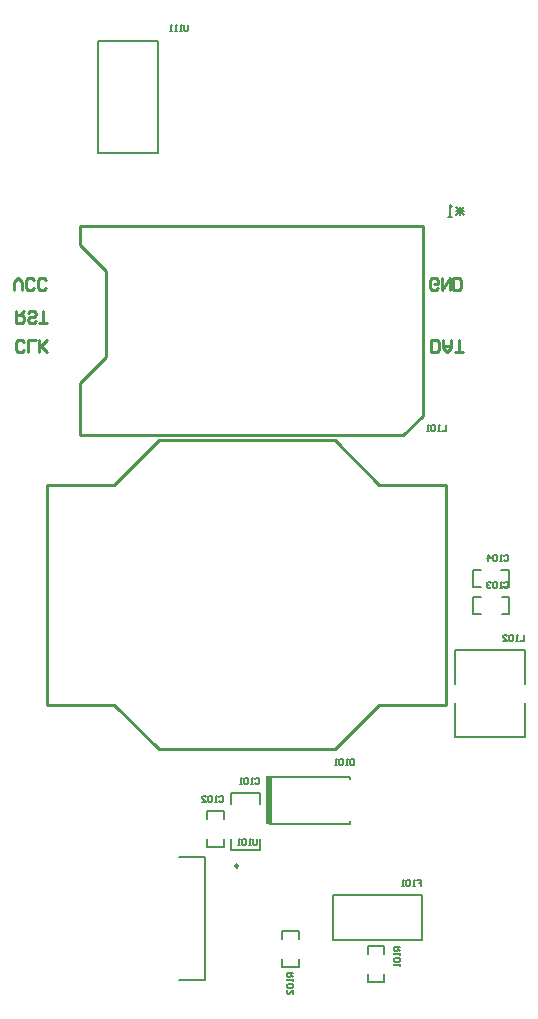
<source format=gbo>
%FSLAX25Y25*%
%MOIN*%
G70*
G01*
G75*
G04 Layer_Color=9218505*
%ADD10R,0.03937X0.03740*%
%ADD11O,0.06299X0.02362*%
%ADD12O,0.02362X0.06299*%
%ADD13R,0.03150X0.02362*%
%ADD14R,0.08661X0.03937*%
%ADD15R,0.04724X0.03937*%
%ADD16O,0.02362X0.00984*%
%ADD17R,0.04724X0.07874*%
%ADD18R,0.03150X0.03150*%
%ADD19R,0.06300X0.05000*%
%ADD20R,0.05906X0.07480*%
%ADD21O,0.00945X0.02362*%
%ADD22R,0.08465X0.06693*%
%ADD23R,0.03740X0.03937*%
%ADD24R,0.02362X0.05906*%
%ADD25C,0.04500*%
%ADD26C,0.03500*%
%ADD27C,0.02000*%
%ADD28C,0.01000*%
%ADD29C,0.06300*%
%ADD30C,0.04000*%
%ADD31C,0.06500*%
%ADD32C,0.06000*%
%ADD33C,0.02200*%
%ADD34R,0.01732X0.00787*%
%ADD35C,0.06000*%
%ADD36O,0.16929X0.06693*%
%ADD37O,0.05906X0.14961*%
%ADD38O,0.14961X0.05906*%
%ADD39C,0.05906*%
%ADD40R,0.05906X0.05906*%
%ADD41C,0.08700*%
%ADD42C,0.06496*%
%ADD43R,0.06496X0.06496*%
%ADD44R,0.05906X0.05906*%
%ADD45C,0.05000*%
%ADD46C,0.02000*%
%ADD47C,0.01969*%
%ADD48R,0.11024X0.03937*%
%ADD49R,0.07284X0.05118*%
%ADD50R,0.07717X0.12402*%
%ADD51R,0.08500X0.10799*%
%ADD52R,0.20866X0.06299*%
%ADD53R,0.12598X0.04134*%
%ADD54R,0.32677X0.41142*%
%ADD55R,0.20079X0.70079*%
%ADD56C,0.01500*%
%ADD57C,0.00799*%
%ADD58C,0.00984*%
%ADD59C,0.00700*%
%ADD60C,0.00701*%
%ADD61C,0.00787*%
%ADD62C,0.00669*%
%ADD63C,0.00800*%
%ADD64C,0.00600*%
%ADD65R,0.00886X0.03937*%
%ADD66R,0.04000X0.02000*%
%ADD67R,0.02000X0.04000*%
%ADD68R,0.10350X0.01000*%
%ADD69R,0.01000X0.11000*%
%ADD70R,0.04433X0.07043*%
%ADD71R,0.02362X0.02756*%
%ADD72R,0.03839X0.06102*%
%ADD73R,0.00000X0.03150*%
%ADD74R,0.00000X0.00000*%
%ADD75R,0.04337X0.04140*%
%ADD76O,0.06699X0.02762*%
%ADD77O,0.02762X0.06699*%
%ADD78R,0.03550X0.02762*%
%ADD79R,0.09061X0.04337*%
%ADD80R,0.05124X0.04337*%
%ADD81O,0.02762X0.01384*%
%ADD82R,0.05124X0.08274*%
%ADD83R,0.03550X0.03550*%
%ADD84R,0.06700X0.05400*%
%ADD85R,0.06306X0.07880*%
%ADD86O,0.01345X0.02762*%
%ADD87R,0.08865X0.07093*%
%ADD88R,0.04140X0.04337*%
%ADD89R,0.02762X0.06306*%
%ADD90R,0.02132X0.01187*%
%ADD91O,0.17329X0.07093*%
%ADD92O,0.06306X0.15361*%
%ADD93O,0.15361X0.06306*%
%ADD94C,0.06306*%
%ADD95R,0.06306X0.06306*%
%ADD96C,0.09100*%
%ADD97R,0.06306X0.06306*%
%ADD98C,0.05400*%
%ADD99C,0.02369*%
%ADD100C,0.02362*%
%ADD101R,0.11424X0.04337*%
%ADD102R,0.07684X0.05518*%
%ADD103R,0.08117X0.12802*%
%ADD104R,0.08900X0.11199*%
%ADD105R,0.21266X0.06699*%
%ADD106R,0.12998X0.04534*%
%ADD107R,0.33077X0.41542*%
%ADD108R,0.20479X0.70479*%
%ADD109C,0.00500*%
%ADD110R,0.02000X0.16400*%
D28*
X37413Y-82157D02*
X151587D01*
X46000Y-125835D02*
Y-108165D01*
X151587Y-145413D02*
Y-82157D01*
X145158Y-151842D02*
X151587Y-145413D01*
X37413Y-151842D02*
X145158D01*
X37413Y-134421D02*
X46000Y-125835D01*
X37413Y-151842D02*
Y-134421D01*
Y-88413D02*
Y-82157D01*
Y-88413D02*
X46000Y-97000D01*
Y-101725D02*
Y-97000D01*
Y-108165D02*
Y-101725D01*
Y-108165D02*
Y-101725D01*
X93000Y-153524D02*
X122331D01*
X137193Y-168386D01*
X159535D01*
Y-205000D02*
Y-168386D01*
X26465Y-205000D02*
Y-168386D01*
X48807D01*
X63669Y-153524D01*
X93000D01*
X63669Y-256476D02*
X93000D01*
X48807Y-241614D02*
X63669Y-256476D01*
X26465Y-241614D02*
X48807D01*
X26465D02*
Y-205000D01*
X159535Y-241614D02*
Y-205000D01*
X137193Y-241614D02*
X159535D01*
X122331Y-256476D02*
X137193Y-241614D01*
X93000Y-256476D02*
X122331D01*
X156624Y-102780D02*
X155968Y-103436D01*
X154656D01*
X154000Y-102780D01*
Y-100156D01*
X154656Y-99500D01*
X155968D01*
X156624Y-100156D01*
Y-101468D01*
X155312D01*
X157936Y-99500D02*
Y-103436D01*
X160560Y-99500D01*
Y-103436D01*
X161872D02*
Y-99500D01*
X163839D01*
X164495Y-100156D01*
Y-102780D01*
X163839Y-103436D01*
X161872D01*
X154500Y-123936D02*
Y-120000D01*
X156468D01*
X157124Y-120656D01*
Y-123280D01*
X156468Y-123936D01*
X154500D01*
X158436Y-120000D02*
Y-122624D01*
X159748Y-123936D01*
X161060Y-122624D01*
Y-120000D01*
Y-121968D01*
X158436D01*
X162372Y-123936D02*
X164995D01*
X163683D01*
Y-120000D01*
X15500Y-103436D02*
Y-100812D01*
X16812Y-99500D01*
X18124Y-100812D01*
Y-103436D01*
X22060Y-102780D02*
X21404Y-103436D01*
X20092D01*
X19436Y-102780D01*
Y-100156D01*
X20092Y-99500D01*
X21404D01*
X22060Y-100156D01*
X25995Y-102780D02*
X25339Y-103436D01*
X24027D01*
X23371Y-102780D01*
Y-100156D01*
X24027Y-99500D01*
X25339D01*
X25995Y-100156D01*
X16000Y-110500D02*
Y-114436D01*
X17968D01*
X18624Y-113780D01*
Y-112468D01*
X17968Y-111812D01*
X16000D01*
X17312D02*
X18624Y-110500D01*
X22560Y-113780D02*
X21904Y-114436D01*
X20592D01*
X19936Y-113780D01*
Y-113124D01*
X20592Y-112468D01*
X21904D01*
X22560Y-111812D01*
Y-111156D01*
X21904Y-110500D01*
X20592D01*
X19936Y-111156D01*
X23871Y-114436D02*
X26495D01*
X25183D01*
Y-110500D01*
X18624Y-123280D02*
X17968Y-123936D01*
X16656D01*
X16000Y-123280D01*
Y-120656D01*
X16656Y-120000D01*
X17968D01*
X18624Y-120656D01*
X19936Y-123936D02*
Y-120000D01*
X22560D01*
X23871Y-123936D02*
Y-120000D01*
Y-121312D01*
X26495Y-123936D01*
X24527Y-121968D01*
X26495Y-120000D01*
D58*
X90114Y-295382D02*
G03*
X90114Y-295382I-492J0D01*
G01*
D59*
X177805Y-202227D02*
X180404D01*
Y-196780D01*
X177805D02*
X180404D01*
X168407D02*
X171005D01*
X168407Y-202227D02*
Y-196780D01*
Y-202227D02*
X171005D01*
X177900Y-211227D02*
X180498D01*
Y-205780D01*
X177900D02*
X180498D01*
X168502D02*
X171100D01*
X168502Y-211227D02*
Y-205780D01*
Y-211227D02*
X171100D01*
X85227Y-279600D02*
Y-277002D01*
X79780D02*
X85227D01*
X79780Y-279600D02*
Y-277002D01*
Y-288998D02*
Y-286400D01*
Y-288998D02*
X85227D01*
Y-286400D01*
X87736Y-274594D02*
Y-271051D01*
X97264D01*
Y-274594D02*
Y-271051D01*
Y-289949D02*
Y-286405D01*
X87736Y-289949D02*
X97264D01*
X87736D02*
Y-286405D01*
X110227Y-319600D02*
Y-317002D01*
X104780D02*
X110227D01*
X104780Y-319600D02*
Y-317002D01*
Y-328998D02*
Y-326400D01*
Y-328998D02*
X110227D01*
Y-326400D01*
X138727Y-324600D02*
Y-322002D01*
X133280D02*
X138727D01*
X133280Y-324600D02*
Y-322002D01*
Y-333998D02*
Y-331400D01*
Y-333998D02*
X138727D01*
Y-331400D01*
X121736Y-305118D02*
X151264D01*
Y-319980D02*
Y-305118D01*
X121736Y-319980D02*
Y-305118D01*
Y-319980D02*
X151264D01*
X127500Y-281350D02*
Y-280450D01*
X100800Y-281350D02*
X127500D01*
X100800Y-265650D02*
X127500D01*
Y-266550D02*
Y-265650D01*
X162429Y-234807D02*
Y-223460D01*
X185571Y-234807D02*
Y-223460D01*
X162429D02*
X185571D01*
X162429Y-252540D02*
X185571D01*
X162429D02*
Y-241193D01*
X185571Y-252540D02*
Y-241193D01*
X165300Y-75668D02*
X162634Y-78334D01*
X165300D02*
X162634Y-75668D01*
X165300Y-77001D02*
X162634D01*
X163967Y-78334D02*
Y-75668D01*
X161301Y-79000D02*
X159968D01*
X160635D01*
Y-75001D01*
X161301Y-75668D01*
D61*
X70331Y-292528D02*
X79189D01*
Y-333472D02*
Y-292528D01*
X70331Y-333472D02*
X79189D01*
D64*
X73500Y-15001D02*
Y-16667D01*
X73167Y-17000D01*
X72500D01*
X72167Y-16667D01*
Y-15001D01*
X71501Y-17000D02*
X70834D01*
X71167D01*
Y-15001D01*
X71501Y-15334D01*
X69835Y-17000D02*
X69168D01*
X69501D01*
Y-15001D01*
X69835Y-15334D01*
X68168Y-17000D02*
X67502D01*
X67835D01*
Y-15001D01*
X68168Y-15334D01*
X96500Y-286501D02*
Y-288167D01*
X96167Y-288500D01*
X95500D01*
X95167Y-288167D01*
Y-286501D01*
X94501Y-288500D02*
X93834D01*
X94167D01*
Y-286501D01*
X94501Y-286834D01*
X92835D02*
X92501Y-286501D01*
X91835D01*
X91502Y-286834D01*
Y-288167D01*
X91835Y-288500D01*
X92501D01*
X92835Y-288167D01*
Y-286834D01*
X90835Y-288500D02*
X90169D01*
X90502D01*
Y-286501D01*
X90835Y-286834D01*
X108500Y-331000D02*
X106501D01*
Y-332000D01*
X106834Y-332333D01*
X107500D01*
X107834Y-332000D01*
Y-331000D01*
Y-331666D02*
X108500Y-332333D01*
Y-332999D02*
Y-333666D01*
Y-333333D01*
X106501D01*
X106834Y-332999D01*
Y-334665D02*
X106501Y-334999D01*
Y-335665D01*
X106834Y-335998D01*
X108167D01*
X108500Y-335665D01*
Y-334999D01*
X108167Y-334665D01*
X106834D01*
X108500Y-337998D02*
Y-336665D01*
X107167Y-337998D01*
X106834D01*
X106501Y-337665D01*
Y-336998D01*
X106834Y-336665D01*
X144000Y-322500D02*
X142001D01*
Y-323500D01*
X142334Y-323833D01*
X143000D01*
X143333Y-323500D01*
Y-322500D01*
Y-323166D02*
X144000Y-323833D01*
Y-324499D02*
Y-325166D01*
Y-324833D01*
X142001D01*
X142334Y-324499D01*
Y-326166D02*
X142001Y-326499D01*
Y-327165D01*
X142334Y-327498D01*
X143667D01*
X144000Y-327165D01*
Y-326499D01*
X143667Y-326166D01*
X142334D01*
X144000Y-328165D02*
Y-328831D01*
Y-328498D01*
X142001D01*
X142334Y-328165D01*
X185300Y-218501D02*
Y-220500D01*
X183967D01*
X183301D02*
X182634D01*
X182967D01*
Y-218501D01*
X183301Y-218834D01*
X181634D02*
X181301Y-218501D01*
X180635D01*
X180302Y-218834D01*
Y-220167D01*
X180635Y-220500D01*
X181301D01*
X181634Y-220167D01*
Y-218834D01*
X178302Y-220500D02*
X179635D01*
X178302Y-219167D01*
Y-218834D01*
X178636Y-218501D01*
X179302D01*
X179635Y-218834D01*
X159400Y-148401D02*
Y-150400D01*
X158067D01*
X157401D02*
X156734D01*
X157067D01*
Y-148401D01*
X157401Y-148734D01*
X155735D02*
X155401Y-148401D01*
X154735D01*
X154402Y-148734D01*
Y-150067D01*
X154735Y-150400D01*
X155401D01*
X155735Y-150067D01*
Y-148734D01*
X153735Y-150400D02*
X153069D01*
X153402D01*
Y-148401D01*
X153735Y-148734D01*
X149667Y-300201D02*
X151000D01*
Y-301200D01*
X150333D01*
X151000D01*
Y-302200D01*
X149001D02*
X148334D01*
X148667D01*
Y-300201D01*
X149001Y-300534D01*
X147335D02*
X147001Y-300201D01*
X146335D01*
X146002Y-300534D01*
Y-301867D01*
X146335Y-302200D01*
X147001D01*
X147335Y-301867D01*
Y-300534D01*
X145335Y-302200D02*
X144669D01*
X145002D01*
Y-300201D01*
X145335Y-300534D01*
X128600Y-259801D02*
Y-261800D01*
X127600D01*
X127267Y-261467D01*
Y-260134D01*
X127600Y-259801D01*
X128600D01*
X126601Y-261800D02*
X125934D01*
X126267D01*
Y-259801D01*
X126601Y-260134D01*
X124934D02*
X124601Y-259801D01*
X123935D01*
X123602Y-260134D01*
Y-261467D01*
X123935Y-261800D01*
X124601D01*
X124934Y-261467D01*
Y-260134D01*
X122935Y-261800D02*
X122269D01*
X122602D01*
Y-259801D01*
X122935Y-260134D01*
X178773Y-192134D02*
X179106Y-191801D01*
X179772D01*
X180105Y-192134D01*
Y-193467D01*
X179772Y-193800D01*
X179106D01*
X178773Y-193467D01*
X178106Y-193800D02*
X177440D01*
X177773D01*
Y-191801D01*
X178106Y-192134D01*
X176440D02*
X176107Y-191801D01*
X175440D01*
X175107Y-192134D01*
Y-193467D01*
X175440Y-193800D01*
X176107D01*
X176440Y-193467D01*
Y-192134D01*
X173441Y-193800D02*
Y-191801D01*
X174441Y-192800D01*
X173108D01*
X178867Y-201134D02*
X179200Y-200801D01*
X179867D01*
X180200Y-201134D01*
Y-202467D01*
X179867Y-202800D01*
X179200D01*
X178867Y-202467D01*
X178201Y-202800D02*
X177534D01*
X177867D01*
Y-200801D01*
X178201Y-201134D01*
X176534D02*
X176201Y-200801D01*
X175535D01*
X175202Y-201134D01*
Y-202467D01*
X175535Y-202800D01*
X176201D01*
X176534Y-202467D01*
Y-201134D01*
X174535D02*
X174202Y-200801D01*
X173536D01*
X173202Y-201134D01*
Y-201467D01*
X173536Y-201800D01*
X173869D01*
X173536D01*
X173202Y-202133D01*
Y-202467D01*
X173536Y-202800D01*
X174202D01*
X174535Y-202467D01*
X83667Y-272434D02*
X84000Y-272101D01*
X84667D01*
X85000Y-272434D01*
Y-273767D01*
X84667Y-274100D01*
X84000D01*
X83667Y-273767D01*
X83001Y-274100D02*
X82334D01*
X82667D01*
Y-272101D01*
X83001Y-272434D01*
X81335D02*
X81001Y-272101D01*
X80335D01*
X80002Y-272434D01*
Y-273767D01*
X80335Y-274100D01*
X81001D01*
X81335Y-273767D01*
Y-272434D01*
X78002Y-274100D02*
X79335D01*
X78002Y-272767D01*
Y-272434D01*
X78335Y-272101D01*
X79002D01*
X79335Y-272434D01*
X95667Y-266434D02*
X96000Y-266101D01*
X96667D01*
X97000Y-266434D01*
Y-267767D01*
X96667Y-268100D01*
X96000D01*
X95667Y-267767D01*
X95001Y-268100D02*
X94334D01*
X94667D01*
Y-266101D01*
X95001Y-266434D01*
X93335D02*
X93001Y-266101D01*
X92335D01*
X92002Y-266434D01*
Y-267767D01*
X92335Y-268100D01*
X93001D01*
X93335Y-267767D01*
Y-266434D01*
X91335Y-268100D02*
X90669D01*
X91002D01*
Y-266101D01*
X91335Y-266434D01*
D109*
X43500Y-57700D02*
Y-20300D01*
Y-57700D02*
X63500D01*
Y-20300D01*
X43500D02*
X63500D01*
D110*
X100500Y-273500D02*
D03*
M02*

</source>
